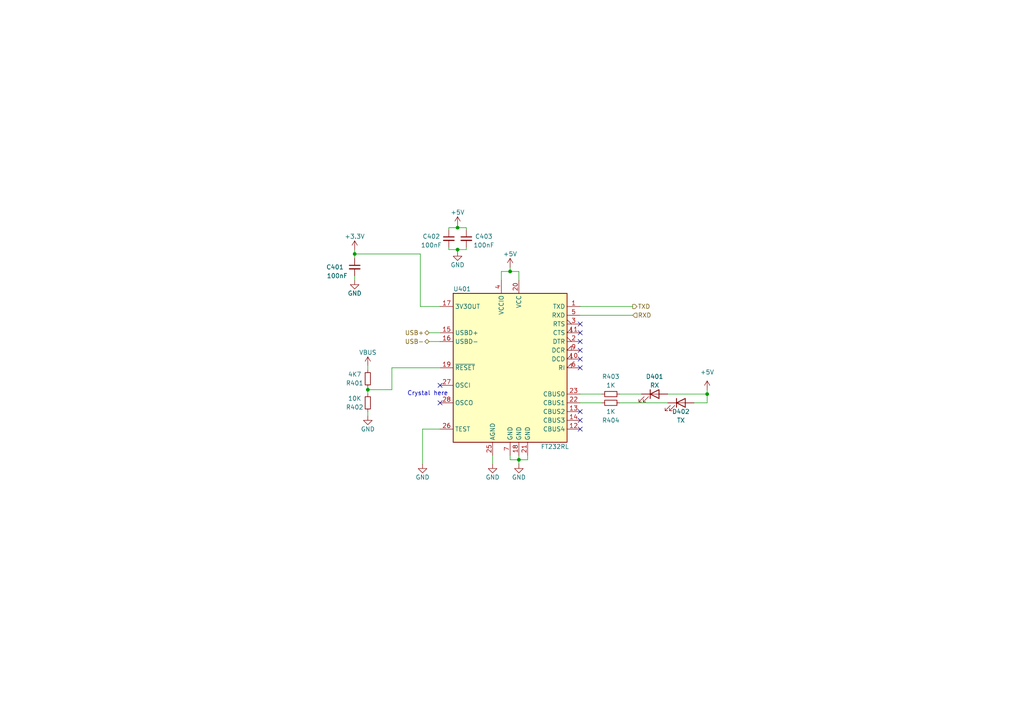
<source format=kicad_sch>
(kicad_sch (version 20211123) (generator eeschema)
  (paper "A4")
  (lib_symbols
    (symbol "Device:C_Small" (pin_numbers hide) (pin_names (offset 0.254) hide)
      (property "Reference" "C" (at 0.254 1.778 0))
      (property "Value" "C_Small" (at 0.254 -2.032 0))
      (symbol "C_Small_0_1"
        (polyline (pts (xy -1.524 -0.508) (xy 1.524 -0.508)) (stroke (width 0.3302)))
        (polyline (pts (xy -1.524 0.508) (xy 1.524 0.508)) (stroke (width 0.3048)))
      )
      (symbol "C_Small_1_1"
        (pin passive line (at 0 2.54 270) (length 2.032) (name "~") (number "1"))
        (pin passive line (at 0 -2.54 90) (length 2.032) (name "~") (number "2"))
      )
    )
    (symbol "Device:LED" (pin_numbers hide) (pin_names (offset 1.016) hide)
      (property "Reference" "D" (at 0 2.54 0))
      (property "Value" "LED" (at 0 -2.54 0))
      (symbol "LED_0_1"
        (polyline (pts (xy -1.27 -1.27) (xy -1.27 1.27)) (stroke (width 0.254)))
        (polyline (pts (xy -1.27 0) (xy 1.27 0)))
        (polyline (pts (xy 1.27 -1.27) (xy 1.27 1.27) (xy -1.27 0) (xy 1.27 -1.27)) (stroke (width 0.254)))
        (polyline (pts (xy -3.048 -0.762) (xy -4.572 -2.286) (xy -3.81 -2.286) (xy -4.572 -2.286) (xy -4.572 -1.524)))
        (polyline (pts (xy -1.778 -0.762) (xy -3.302 -2.286) (xy -2.54 -2.286) (xy -3.302 -2.286) (xy -3.302 -1.524)))
      )
      (symbol "LED_1_1"
        (pin passive line (at -3.81 0 0) (length 2.54) (name "K") (number "1"))
        (pin passive line (at 3.81 0 180) (length 2.54) (name "A") (number "2"))
      )
    )
    (symbol "Device:R_Small" (pin_numbers hide) (pin_names (offset 0.254) hide)
      (property "Reference" "R" (at 0.762 0.508 0))
      (property "Value" "R_Small" (at 0.762 -1.016 0))
      (symbol "R_Small_0_1"
        (rectangle (start -0.762 1.778) (end 0.762 -1.778) (stroke (width 0.2032)))
      )
      (symbol "R_Small_1_1"
        (pin passive line (at 0 2.54 270) (length 0.762) (name "~") (number "1"))
        (pin passive line (at 0 -2.54 90) (length 0.762) (name "~") (number "2"))
      )
    )
    (symbol "Interface_USB:FT232RL"
      (property "Reference" "U" (at -16.51 22.86 0))
      (property "Value" "FT232RL" (at 10.16 22.86 0))
      (symbol "FT232RL_0_1"
        (rectangle (start -16.51 21.59) (end 16.51 -21.59) (stroke (width 0.254)) (fill (type background)))
      )
      (symbol "FT232RL_1_1"
        (pin output line (at 20.32 17.78 180) (length 3.81) (name "TXD") (number "1"))
        (pin input input_low (at 20.32 2.54 180) (length 3.81) (name "DCD") (number "10"))
        (pin input input_low (at 20.32 10.16 180) (length 3.81) (name "CTS") (number "11"))
        (pin bidirectional line (at 20.32 -17.78 180) (length 3.81) (name "CBUS4") (number "12"))
        (pin bidirectional line (at 20.32 -12.7 180) (length 3.81) (name "CBUS2") (number "13"))
        (pin bidirectional line (at 20.32 -15.24 180) (length 3.81) (name "CBUS3") (number "14"))
        (pin bidirectional line (at -20.32 10.16 0) (length 3.81) (name "USBD+") (number "15"))
        (pin bidirectional line (at -20.32 7.62 0) (length 3.81) (name "USBD-") (number "16"))
        (pin power_out line (at -20.32 17.78 0) (length 3.81) (name "3V3OUT") (number "17"))
        (pin power_in line (at 2.54 -25.4 90) (length 3.81) (name "GND") (number "18"))
        (pin input line (at -20.32 0 0) (length 3.81) (name "~{RESET}") (number "19"))
        (pin output output_low (at 20.32 7.62 180) (length 3.81) (name "DTR") (number "2"))
        (pin power_in line (at 2.54 25.4 270) (length 3.81) (name "VCC") (number "20"))
        (pin power_in line (at 5.08 -25.4 90) (length 3.81) (name "GND") (number "21"))
        (pin bidirectional line (at 20.32 -10.16 180) (length 3.81) (name "CBUS1") (number "22"))
        (pin bidirectional line (at 20.32 -7.62 180) (length 3.81) (name "CBUS0") (number "23"))
        (pin power_in line (at -5.08 -25.4 90) (length 3.81) (name "AGND") (number "25"))
        (pin input line (at -20.32 -17.78 0) (length 3.81) (name "TEST") (number "26"))
        (pin input line (at -20.32 -5.08 0) (length 3.81) (name "OSCI") (number "27"))
        (pin output line (at -20.32 -10.16 0) (length 3.81) (name "OSCO") (number "28"))
        (pin output output_low (at 20.32 12.7 180) (length 3.81) (name "RTS") (number "3"))
        (pin power_in line (at -2.54 25.4 270) (length 3.81) (name "VCCIO") (number "4"))
        (pin input line (at 20.32 15.24 180) (length 3.81) (name "RXD") (number "5"))
        (pin input input_low (at 20.32 0 180) (length 3.81) (name "RI") (number "6"))
        (pin power_in line (at 0 -25.4 90) (length 3.81) (name "GND") (number "7"))
        (pin input input_low (at 20.32 5.08 180) (length 3.81) (name "DCR") (number "9"))
      )
    )
    (symbol "power:+3.3V" (power) (pin_names (offset 0))
      (property "Value" "+3.3V" (at 0 3.556 0))
      (symbol "+3.3V_0_1"
        (polyline (pts (xy -0.762 1.27) (xy 0 2.54)))
        (polyline (pts (xy 0 0) (xy 0 2.54)))
        (polyline (pts (xy 0 2.54) (xy 0.762 1.27)))
      )
      (symbol "+3.3V_1_1"
        (pin power_in line (at 0 0 90) (length 0) hide (name "+3.3V") (number "1"))
      )
    )
    (symbol "power:+5V" (power) (pin_names (offset 0))
      (property "Value" "+5V" (at 0 3.556 0))
      (symbol "+5V_0_1"
        (polyline (pts (xy -0.762 1.27) (xy 0 2.54)))
        (polyline (pts (xy 0 0) (xy 0 2.54)))
        (polyline (pts (xy 0 2.54) (xy 0.762 1.27)))
      )
      (symbol "+5V_1_1"
        (pin power_in line (at 0 0 90) (length 0) hide (name "+5V") (number "1"))
      )
    )
    (symbol "power:GND" (power) (pin_names (offset 0))
      (property "Value" "GND" (at 0 -3.81 0))
      (symbol "GND_0_1"
        (polyline (pts (xy 0 0) (xy 0 -1.27) (xy 1.27 -1.27) (xy 0 -2.54) (xy -1.27 -1.27) (xy 0 -1.27)))
      )
      (symbol "GND_1_1"
        (pin power_in line (at 0 0 270) (length 0) hide (name "GND") (number "1"))
      )
    )
    (symbol "power:VBUS" (power) (pin_names (offset 0))
      (property "Value" "VBUS" (at 0 3.81 0))
      (symbol "VBUS_0_1"
        (polyline (pts (xy -0.762 1.27) (xy 0 2.54)))
        (polyline (pts (xy 0 0) (xy 0 2.54)))
        (polyline (pts (xy 0 2.54) (xy 0.762 1.27)))
      )
      (symbol "VBUS_1_1"
        (pin power_in line (at 0 0 90) (length 0) hide (name "VBUS") (number "1"))
      )
    )
  )
  (junction (at 106.68 113.03))
  (junction (at 147.955 78.74))
  (junction (at 132.715 66.04))
  (junction (at 205.105 114.3))
  (junction (at 102.87 73.66))
  (junction (at 150.495 133.35))
  (junction (at 132.715 72.39))
  (no_connect (at 127.635 116.84))
  (no_connect (at 168.275 124.46))
  (no_connect (at 168.275 121.92))
  (no_connect (at 127.635 111.76))
  (no_connect (at 168.275 96.52))
  (no_connect (at 168.275 119.38))
  (no_connect (at 168.275 101.6))
  (no_connect (at 168.275 104.14))
  (no_connect (at 168.275 106.68))
  (no_connect (at 168.275 93.98))
  (no_connect (at 168.275 99.06))
  (wire (pts (xy 130.175 66.675) (xy 130.175 66.04)))
  (wire (pts (xy 135.255 72.39) (xy 135.255 71.755)))
  (wire (pts (xy 147.955 77.47) (xy 147.955 78.74)))
  (wire (pts (xy 106.68 119.38) (xy 106.68 120.65)))
  (wire (pts (xy 106.68 112.395) (xy 106.68 113.03)))
  (wire (pts (xy 147.955 78.74) (xy 150.495 78.74)))
  (wire (pts (xy 132.715 72.39) (xy 132.715 73.025)))
  (wire (pts (xy 130.175 71.755) (xy 130.175 72.39)))
  (wire (pts (xy 102.87 73.66) (xy 121.92 73.66)))
  (wire (pts (xy 147.955 78.74) (xy 145.415 78.74)))
  (wire (pts (xy 102.87 73.66) (xy 102.87 72.39)))
  (wire (pts (xy 106.68 113.03) (xy 113.665 113.03)))
  (wire (pts (xy 147.955 132.08) (xy 147.955 133.35)))
  (wire (pts (xy 124.46 96.52) (xy 127.635 96.52)))
  (wire (pts (xy 168.275 116.84) (xy 174.625 116.84)))
  (wire (pts (xy 153.035 132.08) (xy 153.035 133.35)))
  (wire (pts (xy 183.515 91.44) (xy 168.275 91.44)))
  (wire (pts (xy 179.705 114.3) (xy 186.055 114.3)))
  (wire (pts (xy 205.105 113.03) (xy 205.105 114.3)))
  (wire (pts (xy 113.665 113.03) (xy 113.665 106.68)))
  (wire (pts (xy 130.175 72.39) (xy 132.715 72.39)))
  (wire (pts (xy 130.175 66.04) (xy 132.715 66.04)))
  (wire (pts (xy 205.105 114.3) (xy 193.675 114.3)))
  (wire (pts (xy 150.495 132.08) (xy 150.495 133.35)))
  (wire (pts (xy 168.275 114.3) (xy 174.625 114.3)))
  (wire (pts (xy 132.715 72.39) (xy 135.255 72.39)))
  (wire (pts (xy 102.87 73.66) (xy 102.87 74.93)))
  (wire (pts (xy 106.68 113.03) (xy 106.68 114.3)))
  (wire (pts (xy 106.68 106.045) (xy 106.68 107.315)))
  (wire (pts (xy 127.635 124.46) (xy 122.555 124.46)))
  (wire (pts (xy 147.955 133.35) (xy 150.495 133.35)))
  (wire (pts (xy 142.875 132.08) (xy 142.875 134.62)))
  (wire (pts (xy 135.255 66.04) (xy 135.255 66.675)))
  (wire (pts (xy 150.495 133.35) (xy 150.495 134.62)))
  (wire (pts (xy 121.92 88.9) (xy 127.635 88.9)))
  (wire (pts (xy 150.495 78.74) (xy 150.495 81.28)))
  (wire (pts (xy 183.515 88.9) (xy 168.275 88.9)))
  (wire (pts (xy 122.555 124.46) (xy 122.555 134.62)))
  (wire (pts (xy 201.295 116.84) (xy 205.105 116.84)))
  (wire (pts (xy 102.87 80.01) (xy 102.87 81.28)))
  (wire (pts (xy 205.105 116.84) (xy 205.105 114.3)))
  (wire (pts (xy 124.46 99.06) (xy 127.635 99.06)))
  (wire (pts (xy 121.92 73.66) (xy 121.92 88.9)))
  (wire (pts (xy 153.035 133.35) (xy 150.495 133.35)))
  (wire (pts (xy 132.715 66.04) (xy 132.715 65.405)))
  (wire (pts (xy 145.415 78.74) (xy 145.415 81.28)))
  (wire (pts (xy 132.715 66.04) (xy 135.255 66.04)))
  (wire (pts (xy 113.665 106.68) (xy 127.635 106.68)))
  (wire (pts (xy 179.705 116.84) (xy 193.675 116.84)))
  (text "Crystal here" (at 118.11 114.935 0) (effects (font (size 1.27 1.27)) (justify left bottom)))
  (hierarchical_label "USB-" (shape bidirectional) (at 124.46 99.06 180))
  (hierarchical_label "RXD" (shape input) (at 183.515 91.44 0))
  (hierarchical_label "TXD" (shape output) (at 183.515 88.9 0))
  (hierarchical_label "USB+" (shape bidirectional) (at 124.46 96.52 180))
  (symbol (lib_id "power:+5V") (at 132.715 65.405 0) (unit 1)
    (property "Reference" "#PWR0117" (effects hide))
    (property "Value" "+5V" (at 132.715 61.595 0))
  )
  (symbol (lib_id "Device:LED") (at 197.485 116.84 0) (unit 1)
    (property "Reference" "D402" (at 197.485 119.38 0))
    (property "Value" "TX" (at 197.485 121.92 0))
    (property "Footprint" "LED_SMD:LED_0805_2012Metric" (effects hide))
  )
  (symbol (lib_id "power:GND") (at 106.68 120.65 0) (unit 1)
    (property "Reference" "#PWR0115" (effects hide))
    (property "Value" "GND" (at 106.68 124.46 0))
  )
  (symbol (lib_id "power:+5V") (at 147.955 77.47 0) (unit 1)
    (property "Reference" "#PWR0122" (effects hide))
    (property "Value" "+5V" (at 147.955 73.66 0))
  )
  (symbol (lib_id "power:VBUS") (at 106.68 106.045 0) (unit 1)
    (property "Reference" "#PWR0116" (effects hide))
    (property "Value" "VBUS" (at 106.68 102.235 0))
  )
  (symbol (lib_id "power:GND") (at 132.715 73.025 0) (unit 1)
    (property "Reference" "#PWR0121" (effects hide))
    (property "Value" "GND" (at 132.715 76.835 0))
  )
  (symbol (lib_id "Device:R_Small") (at 177.165 116.84 270) (unit 1)
    (property "Reference" "R404" (at 177.165 121.92 90))
    (property "Value" "1K" (at 177.165 119.38 90))
    (property "Footprint" "Resistor_SMD:R_0805_2012Metric" (effects hide))
  )
  (symbol (lib_id "power:GND") (at 102.87 81.28 0) (unit 1)
    (property "Reference" "#PWR0114" (effects hide))
    (property "Value" "GND" (at 102.87 85.09 0))
  )
  (symbol (lib_id "power:+5V") (at 205.105 113.03 0) (unit 1)
    (property "Reference" "#PWR0123" (effects hide))
    (property "Value" "+5V" (at 205.105 107.95 0))
  )
  (symbol (lib_id "Device:R_Small") (at 177.165 114.3 90) (unit 1)
    (property "Reference" "R403" (at 177.165 109.22 90))
    (property "Value" "1K" (at 177.165 111.76 90))
    (property "Footprint" "Resistor_SMD:R_0805_2012Metric" (effects hide))
  )
  (symbol (lib_id "power:GND") (at 142.875 134.62 0) (unit 1)
    (property "Reference" "#PWR0120" (effects hide))
    (property "Value" "GND" (at 142.875 138.43 0))
  )
  (symbol (lib_id "power:GND") (at 122.555 134.62 0) (unit 1)
    (property "Reference" "#PWR0119" (effects hide))
    (property "Value" "GND" (at 122.555 138.43 0))
  )
  (symbol (lib_id "Device:C_Small") (at 135.255 69.215 0) (unit 1)
    (property "Reference" "C403" (at 140.335 68.58 0))
    (property "Value" "100nF" (at 140.335 71.12 0))
    (property "Footprint" "Capacitor_SMD:C_0805_2012Metric" (effects hide))
  )
  (symbol (lib_id "Device:LED") (at 189.865 114.3 0) (unit 1)
    (property "Reference" "D401" (at 189.865 109.22 0))
    (property "Value" "RX" (at 189.865 111.76 0))
    (property "Footprint" "LED_SMD:LED_0805_2012Metric" (effects hide))
  )
  (symbol (lib_id "Device:C_Small") (at 130.175 69.215 0) (unit 1)
    (property "Reference" "C402" (at 125.095 68.58 0))
    (property "Value" "100nF" (at 125.095 71.12 0))
    (property "Footprint" "Capacitor_SMD:C_0805_2012Metric" (effects hide))
  )
  (symbol (lib_id "Device:C_Small") (at 102.87 77.47 0) (unit 1)
    (property "Reference" "C401" (at 97.155 77.47 0))
    (property "Value" "100nF" (at 97.79 80.01 0))
    (property "Footprint" "Capacitor_SMD:C_0805_2012Metric" (effects hide))
  )
  (symbol (lib_id "Interface_USB:FT232RL") (at 147.955 106.68 0) (unit 1)
    (property "Reference" "U401" (at 131.445 83.82 0) (effects (justify left)))
    (property "Value" "FT232RL" (at 156.845 129.54 0) (effects (justify left)))
    (property "Footprint" "Package_SO:SSOP-28_5.3x10.2mm_P0.65mm" (effects hide))
    (property "Datasheet" "https://www.ftdichip.com/Support/Documents/DataSheets/ICs/DS_FT232R.pdf" (effects hide))
  )
  (symbol (lib_id "Device:R_Small") (at 106.68 109.855 180) (unit 1)
    (property "Reference" "R401" (at 102.87 111.125 0))
    (property "Value" "4K7" (at 102.87 108.585 0))
    (property "Footprint" "Resistor_SMD:R_0805_2012Metric" (effects hide))
  )
  (symbol (lib_id "power:+3.3V") (at 102.87 72.39 0) (unit 1)
    (property "Reference" "#PWR0113" (effects hide))
    (property "Value" "+3.3V" (at 102.87 68.58 0))
  )
  (symbol (lib_id "power:GND") (at 150.495 134.62 0) (unit 1)
    (property "Reference" "#PWR0118" (effects hide))
    (property "Value" "GND" (at 150.495 138.43 0))
  )
  (symbol (lib_id "Device:R_Small") (at 106.68 116.84 180) (unit 1)
    (property "Reference" "R402" (at 102.87 118.11 0))
    (property "Value" "10K" (at 102.87 115.57 0))
    (property "Footprint" "Resistor_SMD:R_0805_2012Metric" (effects hide))
  )
)
</source>
